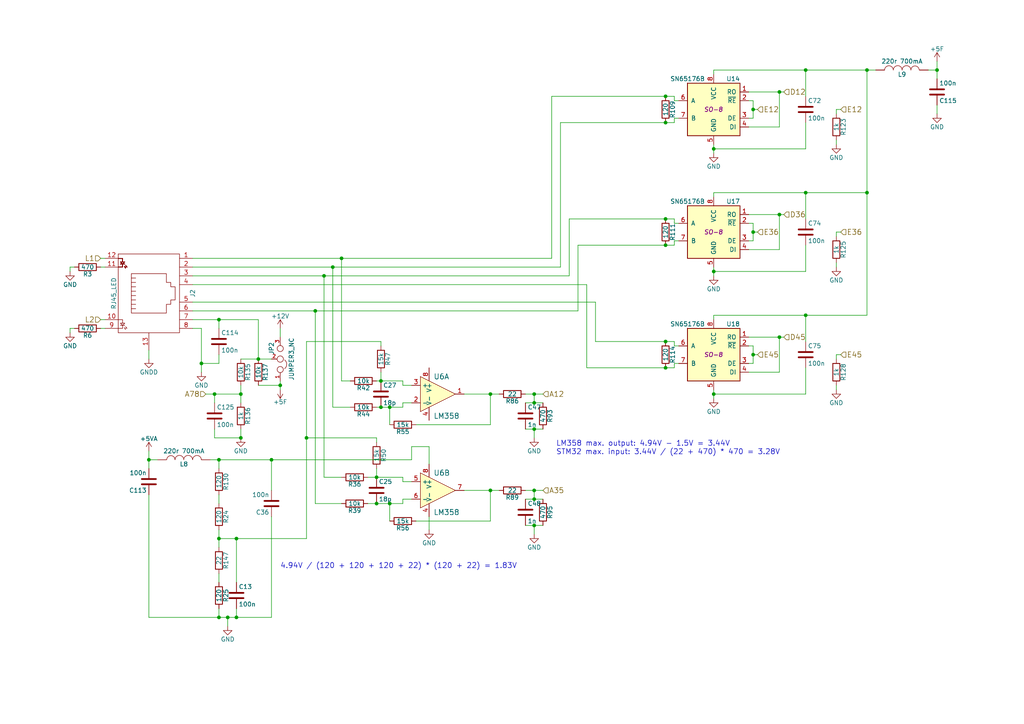
<source format=kicad_sch>
(kicad_sch (version 20231120) (generator "eeschema") (generator_version "8.0")
  (paper "A4")
  (lib_symbols
    (symbol "stmbl:+12V" (power) (pin_names (offset 0))
      (property "Value" "+12V" (at 0 3.556 0))
      (symbol "+12V_1_1"
        (pin power_in line (at 0 0 90) (length 0) hide (name "+12V") (number "1"))
      )
    )
    (symbol "stmbl:+5F" (power) (pin_names (offset 0))
      (property "Value" "+5F" (at 0 3.556 0))
      (symbol "+5F_1_1"
        (pin power_in line (at 0 0 90) (length 0) hide (name "+5F") (number "1"))
      )
    )
    (symbol "stmbl:+5VA" (power) (pin_names (offset 0))
      (property "Value" "+5VA" (at 0 3.556 0))
      (symbol "+5VA_1_1"
        (pin power_in line (at 0 0 90) (length 0) hide (name "+5VA") (number "1"))
      )
    )
    (symbol "stmbl:C" (pin_numbers hide) (pin_names (offset 0.254))
      (property "Reference" "C" (at 0.635 2.54 0))
      (property "Value" "C" (at 0.635 -2.54 0))
      (symbol "C_1_1"
        (pin passive line (at 0 3.81 270) (length 2.794) (name "~") (number "1"))
        (pin passive line (at 0 -3.81 90) (length 2.794) (name "~") (number "2"))
      )
    )
    (symbol "stmbl:GND" (power) (pin_names (offset 0))
      (property "Value" "GND" (at 0 -3.81 0))
      (symbol "GND_1_1"
        (pin power_in line (at 0 0 270) (length 0) hide (name "GND") (number "1"))
      )
    )
    (symbol "stmbl:GNDD" (power) (pin_names (offset 0))
      (property "Value" "GNDD" (at 0 -3.81 0))
      (symbol "GNDD_1_1"
        (pin power_in line (at 0 0 270) (length 0) hide (name "GNDD") (number "1"))
      )
    )
    (symbol "stmbl:INDUCTOR" (pin_numbers hide) (pin_names (offset 1.016) hide)
      (property "Reference" "L" (at -1.27 0 90))
      (property "Value" "INDUCTOR" (at 2.54 0 90))
      (symbol "INDUCTOR_1_1"
        (pin passive line (at 0 7.62 270) (length 2.54) (name "1") (number "1"))
        (pin passive line (at 0 -7.62 90) (length 2.54) (name "2") (number "2"))
      )
    )
    (symbol "stmbl:JUMPER3_NC" (pin_names (offset 0.762) hide)
      (property "Reference" "JP" (at 1.27 -2.54 0))
      (property "Value" "JUMPER3_NC" (at 0 2.54 0))
      (symbol "JUMPER3_NC_0_1"
        (pin passive line (at -6.35 0 0) (length 2.413) (name "1") (number "1"))
        (pin passive line (at 0 -2.54 90) (length 1.524) (name "2") (number "2"))
        (pin passive line (at 6.35 0 180) (length 2.413) (name "3") (number "3"))
      )
    )
    (symbol "stmbl:LM358"
      (property "Reference" "U" (at -1.27 5.08 0))
      (property "Value" "LM358" (at -1.27 -6.35 0))
      (symbol "LM358_0_1"
        (pin power_in line (at -2.54 -7.62 90) (length 3.81) (name "V-") (number "4"))
        (pin power_in line (at -2.54 7.62 270) (length 3.81) (name "V+") (number "8"))
      )
      (symbol "LM358_1_1"
        (pin output line (at 7.62 0 180) (length 2.54) (name "~") (number "1"))
        (pin input line (at -7.62 -2.54 0) (length 2.54) (name "-") (number "2"))
        (pin input line (at -7.62 2.54 0) (length 2.54) (name "+") (number "3"))
      )
      (symbol "LM358_2_1"
        (pin input line (at -7.62 2.54 0) (length 2.54) (name "+") (number "5"))
        (pin input line (at -7.62 -2.54 0) (length 2.54) (name "-") (number "6"))
        (pin output line (at 7.62 0 180) (length 2.54) (name "~") (number "7"))
      )
    )
    (symbol "stmbl:R" (pin_numbers hide) (pin_names (offset 0))
      (property "Reference" "R" (at 2.032 0 90))
      (property "Value" "R" (at 0 0 90))
      (symbol "R_1_1"
        (pin passive line (at 0 3.81 270) (length 1.27) (name "~") (number "1"))
        (pin passive line (at 0 -3.81 90) (length 1.27) (name "~") (number "2"))
      )
    )
    (symbol "stmbl:RJ45_LED" (pin_names (offset 1.016))
      (property "Reference" "J" (at 0 -12.7 0))
      (property "Value" "RJ45_LED" (at 0 10.16 0))
      (symbol "RJ45_LED_1_1"
        (pin passive line (at -10.16 -12.7 90) (length 3.81) (name "~") (number "1"))
        (pin passive line (at 7.62 12.7 270) (length 3.81) (name "~") (number "10"))
        (pin passive line (at -7.62 12.7 270) (length 3.81) (name "~") (number "11"))
        (pin passive line (at -10.16 12.7 270) (length 3.81) (name "~") (number "12"))
        (pin passive line (at 16.51 0 180) (length 5.08) (name "~") (number "13"))
        (pin passive line (at -7.62 -12.7 90) (length 3.81) (name "~") (number "2"))
        (pin passive line (at -5.08 -12.7 90) (length 3.81) (name "~") (number "3"))
        (pin passive line (at -2.54 -12.7 90) (length 3.81) (name "~") (number "4"))
        (pin passive line (at 2.54 -12.7 90) (length 3.81) (name "~") (number "5"))
        (pin passive line (at 5.08 -12.7 90) (length 3.81) (name "~") (number "6"))
        (pin passive line (at 7.62 -12.7 90) (length 3.81) (name "~") (number "7"))
        (pin passive line (at 10.16 -12.7 90) (length 3.81) (name "~") (number "8"))
        (pin passive line (at 10.16 12.7 270) (length 3.81) (name "~") (number "9"))
      )
    )
    (symbol "stmbl:SP3485" (pin_names (offset 1.016))
      (property "Reference" "U" (at -7.62 8.89 0))
      (property "Value" "SP3485" (at 2.54 8.89 0))
      (property "Footprint" "SO-8" (at 0 0 0))
      (symbol "SP3485_1_1"
        (pin output line (at -10.16 5.08 0) (length 2.54) (name "RO") (number "1"))
        (pin input line (at -10.16 2.54 0) (length 2.54) (name "~{RE}") (number "2"))
        (pin input line (at -10.16 -2.54 0) (length 2.54) (name "DE") (number "3"))
        (pin input line (at -10.16 -5.08 0) (length 2.54) (name "DI") (number "4"))
        (pin power_in line (at 0 -10.16 90) (length 2.54) (name "GND") (number "5"))
        (pin bidirectional line (at 10.16 2.54 180) (length 2.54) (name "A") (number "6"))
        (pin bidirectional line (at 10.16 -2.54 180) (length 2.54) (name "B") (number "7"))
        (pin power_in line (at 0 10.16 270) (length 2.54) (name "VCC") (number "8"))
      )
    )
  )
  (junction (at 68.58 179.07))
  (junction (at 218.44 31.75))
  (junction (at 62.23 114.3))
  (junction (at 207.01 78.74))
  (junction (at 74.93 104.14))
  (junction (at 43.18 133.35))
  (junction (at 78.74 133.35))
  (junction (at 110.49 118.11))
  (junction (at 88.9 127))
  (junction (at 193.04 71.12))
  (junction (at 207.01 43.18))
  (junction (at 233.68 91.44))
  (junction (at 226.06 97.79))
  (junction (at 109.22 146.05))
  (junction (at 109.22 138.43))
  (junction (at 142.24 114.3))
  (junction (at 69.85 127))
  (junction (at 226.06 62.23))
  (junction (at 63.5 133.35))
  (junction (at 113.03 118.11))
  (junction (at 113.03 146.05))
  (junction (at 110.49 110.49))
  (junction (at 193.04 106.68))
  (junction (at 154.94 142.24))
  (junction (at 207.01 114.3))
  (junction (at 218.44 67.31))
  (junction (at 193.04 27.94))
  (junction (at 154.94 124.46))
  (junction (at 91.44 90.17))
  (junction (at 69.85 114.3))
  (junction (at 154.94 114.3))
  (junction (at 226.06 26.67))
  (junction (at 63.5 179.07))
  (junction (at 218.44 102.87))
  (junction (at 99.06 74.93))
  (junction (at 193.04 63.5))
  (junction (at 63.5 92.71))
  (junction (at 142.24 142.24))
  (junction (at 96.52 77.47))
  (junction (at 93.98 80.01))
  (junction (at 154.94 152.4))
  (junction (at 66.04 179.07))
  (junction (at 58.42 105.41))
  (junction (at 271.78 20.32))
  (junction (at 154.94 144.78))
  (junction (at 251.46 20.32))
  (junction (at 193.04 35.56))
  (junction (at 154.94 116.84))
  (junction (at 233.68 20.32))
  (junction (at 251.46 55.88))
  (junction (at 233.68 55.88))
  (junction (at 63.5 156.21))
  (junction (at 81.28 111.76))
  (junction (at 193.04 99.06))
  (junction (at 68.58 156.21))
  (wire (pts (xy 106.68 146.05) (xy 109.22 146.05)))
  (wire (pts (xy 172.72 87.63) (xy 172.72 99.06)))
  (wire (pts (xy 96.52 77.47) (xy 55.88 77.47)))
  (wire (pts (xy 251.46 91.44) (xy 233.68 91.44)))
  (wire (pts (xy 116.84 118.11) (xy 116.84 116.84)))
  (wire (pts (xy 154.94 152.4) (xy 157.48 152.4)))
  (wire (pts (xy 63.5 176.53) (xy 63.5 179.07)))
  (wire (pts (xy 30.48 77.47) (xy 29.21 77.47)))
  (wire (pts (xy 142.24 142.24) (xy 142.24 151.13)))
  (wire (pts (xy 154.94 154.94) (xy 154.94 152.4)))
  (wire (pts (xy 170.18 106.68) (xy 170.18 82.55)))
  (wire (pts (xy 271.78 20.32) (xy 271.78 22.86)))
  (wire (pts (xy 162.56 35.56) (xy 162.56 77.47)))
  (wire (pts (xy 193.04 106.68) (xy 170.18 106.68)))
  (wire (pts (xy 217.17 26.67) (xy 226.06 26.67)))
  (wire (pts (xy 195.58 64.77) (xy 195.58 63.5)))
  (wire (pts (xy 242.57 31.75) (xy 242.57 33.02)))
  (wire (pts (xy 218.44 69.85) (xy 217.17 69.85)))
  (wire (pts (xy 116.84 139.7) (xy 116.84 138.43)))
  (wire (pts (xy 43.18 133.35) (xy 43.18 135.89)))
  (wire (pts (xy 196.85 100.33) (xy 195.58 100.33)))
  (wire (pts (xy 69.85 124.46) (xy 69.85 127)))
  (wire (pts (xy 233.68 20.32) (xy 251.46 20.32)))
  (wire (pts (xy 226.06 26.67) (xy 227.33 26.67)))
  (wire (pts (xy 195.58 71.12) (xy 193.04 71.12)))
  (wire (pts (xy 109.22 128.27) (xy 109.22 127)))
  (wire (pts (xy 20.32 77.47) (xy 20.32 78.74)))
  (wire (pts (xy 74.93 92.71) (xy 74.93 104.14)))
  (wire (pts (xy 152.4 144.78) (xy 154.94 144.78)))
  (wire (pts (xy 195.58 100.33) (xy 195.58 99.06)))
  (wire (pts (xy 119.38 144.78) (xy 116.84 144.78)))
  (wire (pts (xy 207.01 20.32) (xy 233.68 20.32)))
  (wire (pts (xy 74.93 111.76) (xy 81.28 111.76)))
  (wire (pts (xy 152.4 152.4) (xy 154.94 152.4)))
  (wire (pts (xy 63.5 92.71) (xy 74.93 92.71)))
  (wire (pts (xy 218.44 102.87) (xy 218.44 105.41)))
  (wire (pts (xy 96.52 118.11) (xy 101.6 118.11)))
  (wire (pts (xy 154.94 142.24) (xy 157.48 142.24)))
  (wire (pts (xy 165.1 63.5) (xy 165.1 80.01)))
  (wire (pts (xy 233.68 43.18) (xy 207.01 43.18)))
  (wire (pts (xy 113.03 146.05) (xy 116.84 146.05)))
  (wire (pts (xy 109.22 146.05) (xy 113.03 146.05)))
  (wire (pts (xy 193.04 27.94) (xy 160.02 27.94)))
  (wire (pts (xy 81.28 111.76) (xy 81.28 113.03)))
  (wire (pts (xy 63.5 153.67) (xy 63.5 156.21)))
  (wire (pts (xy 218.44 34.29) (xy 217.17 34.29)))
  (wire (pts (xy 142.24 123.19) (xy 142.24 114.3)))
  (wire (pts (xy 21.59 77.47) (xy 20.32 77.47)))
  (wire (pts (xy 116.84 144.78) (xy 116.84 146.05)))
  (wire (pts (xy 63.5 156.21) (xy 63.5 158.75)))
  (wire (pts (xy 59.69 114.3) (xy 62.23 114.3)))
  (wire (pts (xy 69.85 111.76) (xy 69.85 114.3)))
  (wire (pts (xy 217.17 62.23) (xy 226.06 62.23)))
  (wire (pts (xy 68.58 179.07) (xy 68.58 176.53)))
  (wire (pts (xy 109.22 118.11) (xy 110.49 118.11)))
  (wire (pts (xy 160.02 74.93) (xy 160.02 27.94)))
  (wire (pts (xy 217.17 64.77) (xy 218.44 64.77)))
  (wire (pts (xy 66.04 179.07) (xy 66.04 181.61)))
  (wire (pts (xy 69.85 114.3) (xy 69.85 116.84)))
  (wire (pts (xy 110.49 100.33) (xy 110.49 99.06)))
  (wire (pts (xy 226.06 26.67) (xy 226.06 36.83)))
  (wire (pts (xy 30.48 92.71) (xy 29.21 92.71)))
  (wire (pts (xy 218.44 31.75) (xy 219.71 31.75)))
  (wire (pts (xy 233.68 63.5) (xy 233.68 55.88)))
  (wire (pts (xy 193.04 63.5) (xy 165.1 63.5)))
  (wire (pts (xy 233.68 91.44) (xy 207.01 91.44)))
  (wire (pts (xy 152.4 116.84) (xy 154.94 116.84)))
  (wire (pts (xy 152.4 114.3) (xy 154.94 114.3)))
  (wire (pts (xy 195.58 29.21) (xy 195.58 27.94)))
  (wire (pts (xy 195.58 35.56) (xy 193.04 35.56)))
  (wire (pts (xy 43.18 130.81) (xy 43.18 133.35)))
  (wire (pts (xy 218.44 102.87) (xy 219.71 102.87)))
  (wire (pts (xy 142.24 114.3) (xy 144.78 114.3)))
  (wire (pts (xy 99.06 138.43) (xy 93.98 138.43)))
  (wire (pts (xy 116.84 116.84) (xy 119.38 116.84)))
  (wire (pts (xy 242.57 40.64) (xy 242.57 41.91)))
  (wire (pts (xy 58.42 95.25) (xy 58.42 105.41)))
  (wire (pts (xy 162.56 77.47) (xy 96.52 77.47)))
  (wire (pts (xy 134.62 114.3) (xy 142.24 114.3)))
  (wire (pts (xy 195.58 34.29) (xy 195.58 35.56)))
  (wire (pts (xy 113.03 151.13) (xy 113.03 146.05)))
  (wire (pts (xy 195.58 106.68) (xy 193.04 106.68)))
  (wire (pts (xy 251.46 20.32) (xy 254 20.32)))
  (wire (pts (xy 116.84 110.49) (xy 116.84 111.76)))
  (wire (pts (xy 62.23 116.84) (xy 62.23 114.3)))
  (wire (pts (xy 242.57 111.76) (xy 242.57 113.03)))
  (wire (pts (xy 226.06 62.23) (xy 227.33 62.23)))
  (wire (pts (xy 124.46 149.86) (xy 124.46 153.67)))
  (wire (pts (xy 63.5 143.51) (xy 63.5 146.05)))
  (wire (pts (xy 134.62 142.24) (xy 142.24 142.24)))
  (wire (pts (xy 217.17 100.33) (xy 218.44 100.33)))
  (wire (pts (xy 88.9 156.21) (xy 68.58 156.21)))
  (wire (pts (xy 63.5 95.25) (xy 63.5 92.71)))
  (wire (pts (xy 195.58 99.06) (xy 193.04 99.06)))
  (wire (pts (xy 81.28 110.49) (xy 81.28 111.76)))
  (wire (pts (xy 233.68 78.74) (xy 207.01 78.74)))
  (wire (pts (xy 109.22 138.43) (xy 109.22 135.89)))
  (wire (pts (xy 88.9 99.06) (xy 88.9 127)))
  (wire (pts (xy 93.98 80.01) (xy 55.88 80.01)))
  (wire (pts (xy 78.74 133.35) (xy 119.38 133.35)))
  (wire (pts (xy 63.5 166.37) (xy 63.5 168.91)))
  (wire (pts (xy 60.96 133.35) (xy 63.5 133.35)))
  (wire (pts (xy 78.74 142.24) (xy 78.74 133.35)))
  (wire (pts (xy 207.01 91.44) (xy 207.01 92.71)))
  (wire (pts (xy 110.49 110.49) (xy 110.49 107.95)))
  (wire (pts (xy 99.06 110.49) (xy 101.6 110.49)))
  (wire (pts (xy 43.18 133.35) (xy 45.72 133.35)))
  (wire (pts (xy 207.01 77.47) (xy 207.01 78.74)))
  (wire (pts (xy 242.57 67.31) (xy 242.57 68.58)))
  (wire (pts (xy 29.21 95.25) (xy 30.48 95.25)))
  (wire (pts (xy 55.88 95.25) (xy 58.42 95.25)))
  (wire (pts (xy 218.44 64.77) (xy 218.44 67.31)))
  (wire (pts (xy 233.68 35.56) (xy 233.68 43.18)))
  (wire (pts (xy 207.01 114.3) (xy 207.01 115.57)))
  (wire (pts (xy 243.84 102.87) (xy 242.57 102.87)))
  (wire (pts (xy 195.58 105.41) (xy 195.58 106.68)))
  (wire (pts (xy 167.64 90.17) (xy 167.64 71.12)))
  (wire (pts (xy 251.46 20.32) (xy 251.46 55.88)))
  (wire (pts (xy 217.17 29.21) (xy 218.44 29.21)))
  (wire (pts (xy 218.44 31.75) (xy 218.44 34.29)))
  (wire (pts (xy 142.24 142.24) (xy 144.78 142.24)))
  (wire (pts (xy 63.5 105.41) (xy 58.42 105.41)))
  (wire (pts (xy 43.18 104.14) (xy 43.18 101.6)))
  (wire (pts (xy 110.49 110.49) (xy 116.84 110.49)))
  (wire (pts (xy 271.78 33.02) (xy 271.78 30.48)))
  (wire (pts (xy 154.94 116.84) (xy 157.48 116.84)))
  (wire (pts (xy 271.78 17.78) (xy 271.78 20.32)))
  (wire (pts (xy 68.58 156.21) (xy 68.58 168.91)))
  (wire (pts (xy 218.44 105.41) (xy 217.17 105.41)))
  (wire (pts (xy 242.57 76.2) (xy 242.57 77.47)))
  (wire (pts (xy 109.22 138.43) (xy 116.84 138.43)))
  (wire (pts (xy 113.03 123.19) (xy 113.03 118.11)))
  (wire (pts (xy 218.44 100.33) (xy 218.44 102.87)))
  (wire (pts (xy 43.18 179.07) (xy 63.5 179.07)))
  (wire (pts (xy 152.4 142.24) (xy 154.94 142.24)))
  (wire (pts (xy 20.32 96.52) (xy 20.32 95.25)))
  (wire (pts (xy 207.01 113.03) (xy 207.01 114.3)))
  (wire (pts (xy 207.01 20.32) (xy 207.01 21.59)))
  (wire (pts (xy 55.88 87.63) (xy 172.72 87.63)))
  (wire (pts (xy 124.46 129.54) (xy 124.46 134.62)))
  (wire (pts (xy 154.94 114.3) (xy 157.48 114.3)))
  (wire (pts (xy 106.68 138.43) (xy 109.22 138.43)))
  (wire (pts (xy 193.04 71.12) (xy 167.64 71.12)))
  (wire (pts (xy 243.84 31.75) (xy 242.57 31.75)))
  (wire (pts (xy 226.06 97.79) (xy 226.06 107.95)))
  (wire (pts (xy 152.4 124.46) (xy 154.94 124.46)))
  (wire (pts (xy 218.44 29.21) (xy 218.44 31.75)))
  (wire (pts (xy 233.68 114.3) (xy 207.01 114.3)))
  (wire (pts (xy 218.44 67.31) (xy 219.71 67.31)))
  (wire (pts (xy 207.01 43.18) (xy 207.01 44.45)))
  (wire (pts (xy 91.44 146.05) (xy 99.06 146.05)))
  (wire (pts (xy 62.23 114.3) (xy 69.85 114.3)))
  (wire (pts (xy 110.49 118.11) (xy 113.03 118.11)))
  (wire (pts (xy 154.94 114.3) (xy 154.94 116.84)))
  (wire (pts (xy 62.23 127) (xy 69.85 127)))
  (wire (pts (xy 55.88 90.17) (xy 91.44 90.17)))
  (wire (pts (xy 116.84 111.76) (xy 119.38 111.76)))
  (wire (pts (xy 119.38 129.54) (xy 124.46 129.54)))
  (wire (pts (xy 226.06 36.83) (xy 217.17 36.83)))
  (wire (pts (xy 196.85 69.85) (xy 195.58 69.85)))
  (wire (pts (xy 74.93 104.14) (xy 78.74 104.14)))
  (wire (pts (xy 242.57 102.87) (xy 242.57 104.14)))
  (wire (pts (xy 170.18 82.55) (xy 55.88 82.55)))
  (wire (pts (xy 55.88 92.71) (xy 63.5 92.71)))
  (wire (pts (xy 63.5 133.35) (xy 63.5 135.89)))
  (wire (pts (xy 43.18 143.51) (xy 43.18 179.07)))
  (wire (pts (xy 251.46 55.88) (xy 251.46 91.44)))
  (wire (pts (xy 63.5 102.87) (xy 63.5 105.41)))
  (wire (pts (xy 91.44 90.17) (xy 91.44 146.05)))
  (wire (pts (xy 207.01 41.91) (xy 207.01 43.18)))
  (wire (pts (xy 196.85 29.21) (xy 195.58 29.21)))
  (wire (pts (xy 195.58 69.85) (xy 195.58 71.12)))
  (wire (pts (xy 142.24 151.13) (xy 120.65 151.13)))
  (wire (pts (xy 119.38 133.35) (xy 119.38 129.54)))
  (wire (pts (xy 154.94 124.46) (xy 157.48 124.46)))
  (wire (pts (xy 196.85 64.77) (xy 195.58 64.77)))
  (wire (pts (xy 81.28 95.25) (xy 81.28 97.79)))
  (wire (pts (xy 226.06 107.95) (xy 217.17 107.95)))
  (wire (pts (xy 226.06 62.23) (xy 226.06 72.39)))
  (wire (pts (xy 68.58 156.21) (xy 63.5 156.21)))
  (wire (pts (xy 69.85 104.14) (xy 74.93 104.14)))
  (wire (pts (xy 88.9 127) (xy 88.9 156.21)))
  (wire (pts (xy 154.94 142.24) (xy 154.94 144.78)))
  (wire (pts (xy 109.22 110.49) (xy 110.49 110.49)))
  (wire (pts (xy 207.01 78.74) (xy 207.01 80.01)))
  (wire (pts (xy 109.22 127) (xy 88.9 127)))
  (wire (pts (xy 207.01 55.88) (xy 233.68 55.88)))
  (wire (pts (xy 154.94 127) (xy 154.94 124.46)))
  (wire (pts (xy 218.44 67.31) (xy 218.44 69.85)))
  (wire (pts (xy 58.42 105.41) (xy 58.42 107.95)))
  (wire (pts (xy 271.78 20.32) (xy 269.24 20.32)))
  (wire (pts (xy 99.06 110.49) (xy 99.06 74.93)))
  (wire (pts (xy 196.85 34.29) (xy 195.58 34.29)))
  (wire (pts (xy 233.68 106.68) (xy 233.68 114.3)))
  (wire (pts (xy 55.88 74.93) (xy 99.06 74.93)))
  (wire (pts (xy 62.23 124.46) (xy 62.23 127)))
  (wire (pts (xy 66.04 179.07) (xy 68.58 179.07)))
  (wire (pts (xy 193.04 35.56) (xy 162.56 35.56)))
  (wire (pts (xy 207.01 55.88) (xy 207.01 57.15)))
  (wire (pts (xy 243.84 67.31) (xy 242.57 67.31)))
  (wire (pts (xy 217.17 97.79) (xy 226.06 97.79)))
  (wire (pts (xy 195.58 63.5) (xy 193.04 63.5)))
  (wire (pts (xy 63.5 133.35) (xy 78.74 133.35)))
  (wire (pts (xy 193.04 99.06) (xy 172.72 99.06)))
  (wire (pts (xy 113.03 118.11) (xy 116.84 118.11)))
  (wire (pts (xy 78.74 179.07) (xy 78.74 149.86)))
  (wire (pts (xy 96.52 77.47) (xy 96.52 118.11)))
  (wire (pts (xy 63.5 179.07) (xy 66.04 179.07)))
  (wire (pts (xy 233.68 27.94) (xy 233.68 20.32)))
  (wire (pts (xy 68.58 179.07) (xy 78.74 179.07)))
  (wire (pts (xy 20.32 95.25) (xy 21.59 95.25)))
  (wire (pts (xy 233.68 99.06) (xy 233.68 91.44)))
  (wire (pts (xy 154.94 144.78) (xy 157.48 144.78)))
  (wire (pts (xy 119.38 139.7) (xy 116.84 139.7)))
  (wire (pts (xy 195.58 27.94) (xy 193.04 27.94)))
  (wire (pts (xy 93.98 138.43) (xy 93.98 80.01)))
  (wire (pts (xy 233.68 71.12) (xy 233.68 78.74)))
  (wire (pts (xy 165.1 80.01) (xy 93.98 80.01)))
  (wire (pts (xy 233.68 55.88) (xy 251.46 55.88)))
  (wire (pts (xy 110.49 99.06) (xy 88.9 99.06)))
  (wire (pts (xy 226.06 97.79) (xy 227.33 97.79)))
  (wire (pts (xy 226.06 72.39) (xy 217.17 72.39)))
  (wire (pts (xy 196.85 105.41) (xy 195.58 105.41)))
  (wire (pts (xy 91.44 90.17) (xy 167.64 90.17)))
  (wire (pts (xy 99.06 74.93) (xy 160.02 74.93)))
  (wire (pts (xy 29.21 74.93) (xy 30.48 74.93)))
  (wire (pts (xy 120.65 123.19) (xy 142.24 123.19)))
  (text "LM358 max. output: 4.94V - 1.5V = 3.44V\nSTM32 max. input: 3.44V / (22 + 470) * 470 = 3.28V" (at 161.29 132.08 0) (effects (font (size 1.524 1.524)) (justify left bottom)))
  (text "4.94V / (120 + 120 + 120 + 22) * (120 + 22) = 1.83V" (at 81.28 165.1 0) (effects (font (size 1.524 1.524)) (justify left bottom)))
  (hierarchical_label "L2" (shape input) (at 29.21 92.71 180) (effects (font (size 1.524 1.524))))
  (hierarchical_label "E45" (shape input) (at 219.71 102.87 0) (effects (font (size 1.524 1.524))))
  (hierarchical_label "E36" (shape input) (at 219.71 67.31 0) (effects (font (size 1.524 1.524))))
  (hierarchical_label "E36" (shape input) (at 243.84 67.31 0) (effects (font (size 1.524 1.524))))
  (hierarchical_label "E45" (shape input) (at 243.84 102.87 0) (effects (font (size 1.524 1.524))))
  (hierarchical_label "D36" (shape input) (at 227.33 62.23 0) (effects (font (size 1.524 1.524))))
  (hierarchical_label "D12" (shape input) (at 227.33 26.67 0) (effects (font (size 1.524 1.524))))
  (hierarchical_label "E12" (shape input) (at 243.84 31.75 0) (effects (font (size 1.524 1.524))))
  (hierarchical_label "A78" (shape input) (at 59.69 114.3 180) (effects (font (size 1.524 1.524))))
  (hierarchical_label "E12" (shape input) (at 219.71 31.75 0) (effects (font (size 1.524 1.524))))
  (hierarchical_label "L1" (shape input) (at 29.21 74.93 180) (effects (font (size 1.524 1.524))))
  (hierarchical_label "A12" (shape input) (at 157.48 114.3 0) (effects (font (size 1.524 1.524))))
  (hierarchical_label "A35" (shape input) (at 157.48 142.24 0) (effects (font (size 1.524 1.524))))
  (hierarchical_label "D45" (shape input) (at 227.33 97.79 0) (effects (font (size 1.524 1.524))))
  (symbol (lib_id "stmbl:LM358") (at 127 114.3 0) (unit 1)
    (property "Reference" "U6" (at 125.73 109.22 0) (effects (font (size 1.524 1.524)) (justify left)))
    (property "Value" "LM358" (at 125.73 120.65 0) (effects (font (size 1.524 1.524)) (justify left)))
    (property "Footprint" "stmbl:SOIC-8-N" (effects (hide yes)))
    (property "Manufacturer No" "LM358AD" (effects (hide yes)))
    (property "Manufacturer" "Texas Instruments" (effects (hide yes)))
    (instances (project "stmbl_4.0" (path "" (reference "U6") (unit 1)) (path "" (reference "U7") (unit 1))))
  )
  (symbol (lib_id "stmbl:LM358") (at 127 142.24 0) (unit 2)
    (property "Reference" "U6" (at 125.73 137.16 0) (effects (font (size 1.524 1.524)) (justify left)))
    (property "Value" "LM358" (at 125.73 148.59 0) (effects (font (size 1.524 1.524)) (justify left)))
    (property "Footprint" "stmbl:SOIC-8-N" (effects (hide yes)))
    (property "Manufacturer No" "LM358AD" (effects (hide yes)))
    (property "Manufacturer" "Texas Instruments" (effects (hide yes)))
    (instances (project "stmbl_4.0" (path "" (reference "U6") (unit 2)) (path "" (reference "U7") (unit 2))))
  )
  (symbol (lib_id "stmbl:SP3485") (at 207.01 31.75 0) (mirror y) (unit 1)
    (property "Reference" "U14" (at 214.63 22.86 0) (effects (justify left)))
    (property "Value" "SN65176B" (at 204.47 22.86 0) (effects (justify left)))
    (property "Footprint" "SO-8" (at 207.01 31.75 0) (effects (font (italic yes))))
    (property "Manufacturer No" "SN65176B" (effects (hide yes)))
    (property "Manufacturer" "Texas Instruments" (effects (hide yes)))
    (instances (project "stmbl_4.0" (path "" (reference "U14") (unit 1)) (path "" (reference "U15") (unit 1))))
  )
  (symbol (lib_id "stmbl:RJ45_LED") (at 43.18 85.09 90) (mirror x) (unit 1)
    (property "Reference" "J2" (at 55.88 85.09 0))
    (property "Value" "RJ45_LED" (at 33.02 85.09 0))
    (property "Footprint" "stmbl:RJ45_LED" (effects (hide yes)))
    (property "Manufacturer No" "AJT34L8813-011" (effects (hide yes)))
    (property "Source" "https://de.aliexpress.com/item/Free-shipping-50pcs-lot-RJ45-connector-RJ45-socket-with-indicators-Ethernet/539701403.html" (effects (hide yes)))
    (property "Manufacturer" "METZ CONNECT" (effects (hide yes)))
    (instances (project "stmbl_4.0" (path "" (reference "J2") (unit 1)) (path "" (reference "J1") (unit 1))))
  )
  (symbol (lib_id "stmbl:R") (at 193.04 31.75 0) (unit 1)
    (property "Reference" "R109" (at 195.072 31.75 90))
    (property "Value" "120" (at 193.04 31.75 90))
    (property "Footprint" "stmbl:R_0603" (effects (hide yes)))
    (property "Tolerance" "1%" (effects (hide yes)))
    (instances (project "stmbl_4.0" (path "" (reference "R109") (unit 1)) (path "" (reference "R110") (unit 1))))
  )
  (symbol (lib_id "stmbl:C") (at 233.68 31.75 0) (unit 1)
    (property "Reference" "C72" (at 234.315 29.21 0) (effects (justify left)))
    (property "Value" "100n" (at 234.315 34.29 0) (effects (justify left)))
    (property "Footprint" "stmbl:C_0603" (effects (hide yes)))
    (property "Voltage" "50V" (effects (hide yes)))
    (property "Tolerance" "X5R" (effects (hide yes)))
    (instances (project "stmbl_4.0" (path "" (reference "C72") (unit 1)) (path "" (reference "C71") (unit 1))))
  )
  (symbol (lib_id "stmbl:GND") (at 207.01 44.45 0) (unit 1)
    (property "Reference" "#PWR0105" (effects (hide yes)))
    (property "Value" "GND" (at 207.01 48.26 0))
    (instances (project "stmbl_4.0" (path "" (reference "#PWR0105") (unit 1)) (path "" (reference "#PWR0125") (unit 1))))
  )
  (symbol (lib_id "stmbl:SP3485") (at 207.01 67.31 0) (mirror y) (unit 1)
    (property "Reference" "U17" (at 214.63 58.42 0) (effects (justify left)))
    (property "Value" "SN65176B" (at 204.47 58.42 0) (effects (justify left)))
    (property "Footprint" "SO-8" (at 207.01 67.31 0) (effects (font (italic yes))))
    (property "Manufacturer No" "SN65176B" (effects (hide yes)))
    (property "Manufacturer" "Texas Instruments" (effects (hide yes)))
    (instances (project "stmbl_4.0" (path "" (reference "U17") (unit 1)) (path "" (reference "U16") (unit 1))))
  )
  (symbol (lib_id "stmbl:R") (at 193.04 67.31 0) (unit 1)
    (property "Reference" "R111" (at 195.072 67.31 90))
    (property "Value" "120" (at 193.04 67.31 90))
    (property "Footprint" "stmbl:R_0603" (effects (hide yes)))
    (property "Tolerance" "1%" (effects (hide yes)))
    (instances (project "stmbl_4.0" (path "" (reference "R111") (unit 1)) (path "" (reference "R112") (unit 1))))
  )
  (symbol (lib_id "stmbl:C") (at 233.68 67.31 0) (unit 1)
    (property "Reference" "C74" (at 234.315 64.77 0) (effects (justify left)))
    (property "Value" "100n" (at 234.315 69.85 0) (effects (justify left)))
    (property "Footprint" "stmbl:C_0603" (effects (hide yes)))
    (property "Voltage" "50V" (effects (hide yes)))
    (property "Tolerance" "X5R" (effects (hide yes)))
    (instances (project "stmbl_4.0" (path "" (reference "C74") (unit 1)) (path "" (reference "C73") (unit 1))))
  )
  (symbol (lib_id "stmbl:GND") (at 207.01 80.01 0) (unit 1)
    (property "Reference" "#PWR0106" (effects (hide yes)))
    (property "Value" "GND" (at 207.01 83.82 0))
    (instances (project "stmbl_4.0" (path "" (reference "#PWR0106") (unit 1)) (path "" (reference "#PWR0126") (unit 1))))
  )
  (symbol (lib_id "stmbl:SP3485") (at 207.01 102.87 0) (mirror y) (unit 1)
    (property "Reference" "U18" (at 214.63 93.98 0) (effects (justify left)))
    (property "Value" "SN65176B" (at 204.47 93.98 0) (effects (justify left)))
    (property "Footprint" "SO-8" (at 207.01 102.87 0) (effects (font (italic yes))))
    (property "Manufacturer No" "SN65176B" (effects (hide yes)))
    (property "Manufacturer" "Texas Instruments" (effects (hide yes)))
    (instances (project "stmbl_4.0" (path "" (reference "U18") (unit 1)) (path "" (reference "U19") (unit 1))))
  )
  (symbol (lib_id "stmbl:R") (at 193.04 102.87 0) (unit 1)
    (property "Reference" "R114" (at 195.072 102.87 90))
    (property "Value" "120" (at 193.04 102.87 90))
    (property "Footprint" "stmbl:R_0603" (effects (hide yes)))
    (property "Tolerance" "1%" (effects (hide yes)))
    (instances (project "stmbl_4.0" (path "" (reference "R114") (unit 1)) (path "" (reference "R113") (unit 1))))
  )
  (symbol (lib_id "stmbl:C") (at 233.68 102.87 0) (unit 1)
    (property "Reference" "C75" (at 234.315 100.33 0) (effects (justify left)))
    (property "Value" "100n" (at 234.315 105.41 0) (effects (justify left)))
    (property "Footprint" "stmbl:C_0603" (effects (hide yes)))
    (property "Voltage" "50V" (effects (hide yes)))
    (property "Tolerance" "X5R" (effects (hide yes)))
    (instances (project "stmbl_4.0" (path "" (reference "C75") (unit 1)) (path "" (reference "C76") (unit 1))))
  )
  (symbol (lib_id "stmbl:GND") (at 207.01 115.57 0) (unit 1)
    (property "Reference" "#PWR0107" (effects (hide yes)))
    (property "Value" "GND" (at 207.01 119.38 0))
    (instances (project "stmbl_4.0" (path "" (reference "#PWR0107") (unit 1)) (path "" (reference "#PWR0127") (unit 1))))
  )
  (symbol (lib_id "stmbl:GND") (at 20.32 96.52 0) (unit 1)
    (property "Reference" "#PWR0108" (effects (hide yes)))
    (property "Value" "GND" (at 20.32 100.33 0))
    (instances (project "stmbl_4.0" (path "" (reference "#PWR0108") (unit 1)) (path "" (reference "#PWR0128") (unit 1))))
  )
  (symbol (lib_id "stmbl:GND") (at 20.32 78.74 0) (unit 1)
    (property "Reference" "#PWR0109" (effects (hide yes)))
    (property "Value" "GND" (at 20.32 82.55 0))
    (instances (project "stmbl_4.0" (path "" (reference "#PWR0109") (unit 1)) (path "" (reference "#PWR0129") (unit 1))))
  )
  (symbol (lib_id "stmbl:R") (at 25.4 77.47 270) (unit 1)
    (property "Reference" "R3" (at 25.4 79.502 90))
    (property "Value" "470" (at 25.4 77.47 90))
    (property "Footprint" "stmbl:R_0603" (effects (hide yes)))
    (property "Tolerance" "1%" (effects (hide yes)))
    (instances (project "stmbl_4.0" (path "" (reference "R3") (unit 1)) (path "" (reference "R4") (unit 1))))
  )
  (symbol (lib_id "stmbl:R") (at 25.4 95.25 270) (unit 1)
    (property "Reference" "R6" (at 25.4 97.282 90))
    (property "Value" "470" (at 25.4 95.25 90))
    (property "Footprint" "stmbl:R_0603" (effects (hide yes)))
    (property "Tolerance" "1%" (effects (hide yes)))
    (instances (project "stmbl_4.0" (path "" (reference "R6") (unit 1)) (path "" (reference "R5") (unit 1))))
  )
  (symbol (lib_id "stmbl:GND") (at 124.46 153.67 0) (unit 1)
    (property "Reference" "#PWR0110" (effects (hide yes)))
    (property "Value" "GND" (at 124.46 157.48 0))
    (instances (project "stmbl_4.0" (path "" (reference "#PWR0110") (unit 1)) (path "" (reference "#PWR0130") (unit 1))))
  )
  (symbol (lib_id "stmbl:R") (at 105.41 110.49 270) (unit 1)
    (property "Reference" "R42" (at 105.41 112.522 90))
    (property "Value" "10k" (at 105.41 110.49 90))
    (property "Footprint" "stmbl:R_0603" (effects (hide yes)))
    (property "Tolerance" "1%" (effects (hide yes)))
    (instances (project "stmbl_4.0" (path "" (reference "R42") (unit 1)) (path "" (reference "R41") (unit 1))))
  )
  (symbol (lib_id "stmbl:R") (at 105.41 118.11 270) (unit 1)
    (property "Reference" "R44" (at 105.41 120.142 90))
    (property "Value" "10k" (at 105.41 118.11 90))
    (property "Footprint" "stmbl:R_0603" (effects (hide yes)))
    (property "Tolerance" "1%" (effects (hide yes)))
    (instances (project "stmbl_4.0" (path "" (reference "R44") (unit 1)) (path "" (reference "R43") (unit 1))))
  )
  (symbol (lib_id "stmbl:R") (at 110.49 104.14 0) (unit 1)
    (property "Reference" "R47" (at 112.522 104.14 90))
    (property "Value" "15k" (at 110.49 104.14 90))
    (property "Footprint" "stmbl:R_0603" (effects (hide yes)))
    (property "Tolerance" "1%" (effects (hide yes)))
    (instances (project "stmbl_4.0" (path "" (reference "R47") (unit 1)) (path "" (reference "R48") (unit 1))))
  )
  (symbol (lib_id "stmbl:R") (at 116.84 123.19 270) (unit 1)
    (property "Reference" "R55" (at 116.84 125.222 90))
    (property "Value" "15k" (at 116.84 123.19 90))
    (property "Footprint" "stmbl:R_0603" (effects (hide yes)))
    (property "Tolerance" "1%" (effects (hide yes)))
    (instances (project "stmbl_4.0" (path "" (reference "R55") (unit 1)) (path "" (reference "R54") (unit 1))))
  )
  (symbol (lib_id "stmbl:C") (at 78.74 146.05 180) (unit 1)
    (property "Reference" "C36" (at 78.105 148.59 0) (effects (justify left)))
    (property "Value" "100n" (at 78.105 143.51 0) (effects (justify left)))
    (property "Footprint" "stmbl:C_0603" (effects (hide yes)))
    (property "Voltage" "50V" (effects (hide yes)))
    (property "Tolerance" "X5R" (effects (hide yes)))
    (instances (project "stmbl_4.0" (path "" (reference "C36") (unit 1)) (path "" (reference "C37") (unit 1))))
  )
  (symbol (lib_id "stmbl:C") (at 109.22 142.24 0) (unit 1)
    (property "Reference" "C25" (at 109.855 139.7 0) (effects (justify left)))
    (property "Value" "18p" (at 109.855 144.78 0) (effects (justify left)))
    (property "Footprint" "stmbl:C_0603" (effects (hide yes)))
    (property "Voltage" "50V" (effects (hide yes)))
    (property "Tolerance" "X5R" (effects (hide yes)))
    (instances (project "stmbl_4.0" (path "" (reference "C25") (unit 1)) (path "" (reference "C24") (unit 1))))
  )
  (symbol (lib_id "stmbl:R") (at 148.59 114.3 270) (unit 1)
    (property "Reference" "R86" (at 148.59 116.332 90))
    (property "Value" "22" (at 148.59 114.3 90))
    (property "Footprint" "stmbl:R_0603" (effects (hide yes)))
    (property "Tolerance" "1%" (effects (hide yes)))
    (instances (project "stmbl_4.0" (path "" (reference "R86") (unit 1)) (path "" (reference "R87") (unit 1))))
  )
  (symbol (lib_id "stmbl:R") (at 157.48 120.65 0) (unit 1)
    (property "Reference" "R93" (at 159.512 120.65 90))
    (property "Value" "470" (at 157.48 120.65 90))
    (property "Footprint" "stmbl:R_0603" (effects (hide yes)))
    (property "Tolerance" "1%" (effects (hide yes)))
    (instances (project "stmbl_4.0" (path "" (reference "R93") (unit 1)) (path "" (reference "R94") (unit 1))))
  )
  (symbol (lib_id "stmbl:C") (at 152.4 120.65 0) (unit 1)
    (property "Reference" "C47" (at 153.035 118.11 0) (effects (justify left)))
    (property "Value" "1n" (at 153.035 123.19 0) (effects (justify left)))
    (property "Footprint" "stmbl:C_0603" (effects (hide yes)))
    (property "Voltage" "50V" (effects (hide yes)))
    (property "Tolerance" "X5R" (effects (hide yes)))
    (instances (project "stmbl_4.0" (path "" (reference "C47") (unit 1)) (path "" (reference "C46") (unit 1))))
  )
  (symbol (lib_id "stmbl:GND") (at 154.94 127 0) (unit 1)
    (property "Reference" "#PWR0111" (effects (hide yes)))
    (property "Value" "GND" (at 154.94 130.81 0))
    (instances (project "stmbl_4.0" (path "" (reference "#PWR0111") (unit 1)) (path "" (reference "#PWR0131") (unit 1))))
  )
  (symbol (lib_id "stmbl:R") (at 102.87 138.43 270) (unit 1)
    (property "Reference" "R36" (at 102.87 140.462 90))
    (property "Value" "10k" (at 102.87 138.43 90))
    (property "Footprint" "stmbl:R_0603" (effects (hide yes)))
    (property "Tolerance" "1%" (effects (hide yes)))
    (instances (project "stmbl_4.0" (path "" (reference "R36") (unit 1)) (path "" (reference "R37") (unit 1))))
  )
  (symbol (lib_id "stmbl:R") (at 102.87 146.05 270) (unit 1)
    (property "Reference" "R39" (at 102.87 148.082 90))
    (property "Value" "10k" (at 102.87 146.05 90))
    (property "Footprint" "stmbl:R_0603" (effects (hide yes)))
    (property "Tolerance" "1%" (effects (hide yes)))
    (instances (project "stmbl_4.0" (path "" (reference "R39") (unit 1)) (path "" (reference "R38") (unit 1))))
  )
  (symbol (lib_id "stmbl:R") (at 109.22 132.08 0) (unit 1)
    (property "Reference" "R50" (at 111.252 132.08 90))
    (property "Value" "15k" (at 109.22 132.08 90))
    (property "Footprint" "stmbl:R_0603" (effects (hide yes)))
    (property "Tolerance" "1%" (effects (hide yes)))
    (instances (project "stmbl_4.0" (path "" (reference "R50") (unit 1)) (path "" (reference "R49") (unit 1))))
  )
  (symbol (lib_id "stmbl:R") (at 116.84 151.13 270) (unit 1)
    (property "Reference" "R56" (at 116.84 153.162 90))
    (property "Value" "15k" (at 116.84 151.13 90))
    (property "Footprint" "stmbl:R_0603" (effects (hide yes)))
    (property "Tolerance" "1%" (effects (hide yes)))
    (instances (project "stmbl_4.0" (path "" (reference "R56") (unit 1)) (path "" (reference "R57") (unit 1))))
  )
  (symbol (lib_id "stmbl:R") (at 148.59 142.24 270) (unit 1)
    (property "Reference" "R89" (at 148.59 144.272 90))
    (property "Value" "22" (at 148.59 142.24 90))
    (property "Footprint" "stmbl:R_0603" (effects (hide yes)))
    (property "Tolerance" "1%" (effects (hide yes)))
    (instances (project "stmbl_4.0" (path "" (reference "R89") (unit 1)) (path "" (reference "R88") (unit 1))))
  )
  (symbol (lib_id "stmbl:R") (at 157.48 148.59 0) (unit 1)
    (property "Reference" "R95" (at 159.512 148.59 90))
    (property "Value" "470" (at 157.48 148.59 90))
    (property "Footprint" "stmbl:R_0603" (effects (hide yes)))
    (property "Tolerance" "1%" (effects (hide yes)))
    (instances (project "stmbl_4.0" (path "" (reference "R95") (unit 1)) (path "" (reference "R96") (unit 1))))
  )
  (symbol (lib_id "stmbl:C") (at 152.4 148.59 0) (unit 1)
    (property "Reference" "C48" (at 153.035 146.05 0) (effects (justify left)))
    (property "Value" "1n" (at 153.035 151.13 0) (effects (justify left)))
    (property "Footprint" "stmbl:C_0603" (effects (hide yes)))
    (property "Voltage" "50V" (effects (hide yes)))
    (property "Tolerance" "X5R" (effects (hide yes)))
    (instances (project "stmbl_4.0" (path "" (reference "C48") (unit 1)) (path "" (reference "C49") (unit 1))))
  )
  (symbol (lib_id "stmbl:GND") (at 154.94 154.94 0) (unit 1)
    (property "Reference" "#PWR0112" (effects (hide yes)))
    (property "Value" "GND" (at 154.94 158.75 0))
    (instances (project "stmbl_4.0" (path "" (reference "#PWR0112") (unit 1)) (path "" (reference "#PWR0132") (unit 1))))
  )
  (symbol (lib_id "stmbl:GND") (at 66.04 181.61 0) (unit 1)
    (property "Reference" "#PWR0113" (effects (hide yes)))
    (property "Value" "GND" (at 66.04 185.42 0))
    (instances (project "stmbl_4.0" (path "" (reference "#PWR0113") (unit 1)) (path "" (reference "#PWR0133") (unit 1))))
  )
  (symbol (lib_id "stmbl:R") (at 63.5 149.86 0) (unit 1)
    (property "Reference" "R24" (at 65.532 149.86 90))
    (property "Value" "120" (at 63.5 149.86 90))
    (property "Footprint" "stmbl:R_0603" (effects (hide yes)))
    (property "Tolerance" "1%" (effects (hide yes)))
    (instances (project "stmbl_4.0" (path "" (reference "R24") (unit 1)) (path "" (reference "R23") (unit 1))))
  )
  (symbol (lib_id "stmbl:R") (at 63.5 172.72 0) (unit 1)
    (property "Reference" "R25" (at 65.532 172.72 90))
    (property "Value" "120" (at 63.5 172.72 90))
    (property "Footprint" "stmbl:R_0603" (effects (hide yes)))
    (property "Tolerance" "1%" (effects (hide yes)))
    (instances (project "stmbl_4.0" (path "" (reference "R25") (unit 1)) (path "" (reference "R26") (unit 1))))
  )
  (symbol (lib_id "stmbl:C") (at 68.58 172.72 0) (unit 1)
    (property "Reference" "C13" (at 69.215 170.18 0) (effects (justify left)))
    (property "Value" "100n" (at 69.215 175.26 0) (effects (justify left)))
    (property "Footprint" "stmbl:C_0603" (effects (hide yes)))
    (property "Voltage" "50V" (effects (hide yes)))
    (property "Tolerance" "X5R" (effects (hide yes)))
    (instances (project "stmbl_4.0" (path "" (reference "C13") (unit 1)) (path "" (reference "C12") (unit 1))))
  )
  (symbol (lib_id "stmbl:GND") (at 58.42 107.95 0) (unit 1)
    (property "Reference" "#PWR0114" (effects (hide yes)))
    (property "Value" "GND" (at 58.42 111.76 0))
    (instances (project "stmbl_4.0" (path "" (reference "#PWR0114") (unit 1)) (path "" (reference "#PWR0134") (unit 1))))
  )
  (symbol (lib_id "stmbl:C") (at 110.49 114.3 0) (unit 1)
    (property "Reference" "C27" (at 111.125 111.76 0) (effects (justify left)))
    (property "Value" "18p" (at 111.125 116.84 0) (effects (justify left)))
    (property "Footprint" "stmbl:C_0603" (effects (hide yes)))
    (property "Voltage" "50V" (effects (hide yes)))
    (property "Tolerance" "X5R" (effects (hide yes)))
    (instances (project "stmbl_4.0" (path "" (reference "C27") (unit 1)) (path "" (reference "C26") (unit 1))))
  )
  (symbol (lib_id "stmbl:R") (at 242.57 36.83 0) (unit 1)
    (property "Reference" "R123" (at 244.602 36.83 90))
    (property "Value" "1k" (at 242.57 36.83 90))
    (property "Footprint" "stmbl:R_0603" (effects (hide yes)))
    (property "Tolerance" "1%" (effects (hide yes)))
    (instances (project "stmbl_4.0" (path "" (reference "R123") (unit 1)) (path "" (reference "R124") (unit 1))))
  )
  (symbol (lib_id "stmbl:GND") (at 242.57 41.91 0) (unit 1)
    (property "Reference" "#PWR0115" (effects (hide yes)))
    (property "Value" "GND" (at 242.57 45.72 0))
    (instances (project "stmbl_4.0" (path "" (reference "#PWR0115") (unit 1)) (path "" (reference "#PWR0135") (unit 1))))
  )
  (symbol (lib_id "stmbl:R") (at 242.57 72.39 0) (unit 1)
    (property "Reference" "R125" (at 244.602 72.39 90))
    (property "Value" "1k" (at 242.57 72.39 90))
    (property "Footprint" "stmbl:R_0603" (effects (hide yes)))
    (property "Tolerance" "1%" (effects (hide yes)))
    (instances (project "stmbl_4.0" (path "" (reference "R125") (unit 1)) (path "" (reference "R126") (unit 1))))
  )
  (symbol (lib_id "stmbl:GND") (at 242.57 77.47 0) (unit 1)
    (property "Reference" "#PWR0116" (effects (hide yes)))
    (property "Value" "GND" (at 242.57 81.28 0))
    (instances (project "stmbl_4.0" (path "" (reference "#PWR0116") (unit 1)) (path "" (reference "#PWR0136") (unit 1))))
  )
  (symbol (lib_id "stmbl:R") (at 242.57 107.95 0) (unit 1)
    (property "Reference" "R128" (at 244.602 107.95 90))
    (property "Value" "1k" (at 242.57 107.95 90))
    (property "Footprint" "stmbl:R_0603" (effects (hide yes)))
    (property "Tolerance" "1%" (effects (hide yes)))
    (instances (project "stmbl_4.0" (path "" (reference "R128") (unit 1)) (path "" (reference "R127") (unit 1))))
  )
  (symbol (lib_id "stmbl:GND") (at 242.57 113.03 0) (unit 1)
    (property "Reference" "#PWR0117" (effects (hide yes)))
    (property "Value" "GND" (at 242.57 116.84 0))
    (instances (project "stmbl_4.0" (path "" (reference "#PWR0117") (unit 1)) (path "" (reference "#PWR0137") (unit 1))))
  )
  (symbol (lib_id "stmbl:INDUCTOR") (at 53.34 133.35 90) (unit 1)
    (property "Reference" "L8" (at 53.34 134.62 90))
    (property "Value" "220r 700mA" (at 53.34 130.81 90))
    (property "Footprint" "stmbl:R_0603" (effects (hide yes)))
    (property "Manufacturer No" "BLM18AG221SN1" (effects (hide yes)))
    (property "Source" "https://de.aliexpress.com/item/500-PCS-LOT-patch-magnetic-bead-FB-BLM18AG221SN1-0603-220-r-0-5-A-magnetic-beads/32675343247.html" (effects (hide yes)))
    (property "Manufacturer" "Murata" (effects (hide yes)))
    (instances (project "stmbl_4.0" (path "" (reference "L8") (unit 1)) (path "" (reference "L10") (unit 1))))
  )
  (symbol (lib_id "stmbl:C") (at 43.18 139.7 180) (unit 1)
    (property "Reference" "C113" (at 42.545 142.24 0) (effects (justify left)))
    (property "Value" "100n" (at 42.545 137.16 0) (effects (justify left)))
    (property "Footprint" "stmbl:C_0603" (effects (hide yes)))
    (property "Voltage" "50V" (effects (hide yes)))
    (property "Tolerance" "X5R" (effects (hide yes)))
    (instances (project "stmbl_4.0" (path "" (reference "C113") (unit 1)) (path "" (reference "C116") (unit 1))))
  )
  (symbol (lib_id "stmbl:INDUCTOR") (at 261.62 20.32 270) (mirror x) (unit 1)
    (property "Reference" "L9" (at 261.62 21.59 90))
    (property "Value" "220r 700mA" (at 261.62 17.78 90))
    (property "Footprint" "stmbl:R_0603" (effects (hide yes)))
    (property "Manufacturer No" "BLM18AG221SN1" (effects (hide yes)))
    (property "Source" "https://de.aliexpress.com/item/500-PCS-LOT-patch-magnetic-bead-FB-BLM18AG221SN1-0603-220-r-0-5-A-magnetic-beads/32675343247.html" (effects (hide yes)))
    (property "Manufacturer" "Murata" (effects (hide yes)))
    (instances (project "stmbl_4.0" (path "" (reference "L9") (unit 1)) (path "" (reference "L11") (unit 1))))
  )
  (symbol (lib_id "stmbl:C") (at 271.78 26.67 0) (mirror x) (unit 1)
    (property "Reference" "C115" (at 272.415 29.21 0) (effects (justify left)))
    (property "Value" "100n" (at 272.415 24.13 0) (effects (justify left)))
    (property "Footprint" "stmbl:C_0603" (effects (hide yes)))
    (property "Voltage" "50V" (effects (hide yes)))
    (property "Tolerance" "X5R" (effects (hide yes)))
    (instances (project "stmbl_4.0" (path "" (reference "C115") (unit 1)) (path "" (reference "C118") (unit 1))))
  )
  (symbol (lib_id "stmbl:GND") (at 271.78 33.02 0) (unit 1)
    (property "Reference" "#PWR0118" (effects (hide yes)))
    (property "Value" "GND" (at 271.78 36.83 0))
    (instances (project "stmbl_4.0" (path "" (reference "#PWR0118") (unit 1)) (path "" (reference "#PWR0138") (unit 1))))
  )
  (symbol (lib_id "stmbl:R") (at 63.5 139.7 0) (unit 1)
    (property "Reference" "R130" (at 65.532 139.7 90))
    (property "Value" "120" (at 63.5 139.7 90))
    (property "Footprint" "stmbl:R_0603" (effects (hide yes)))
    (property "Tolerance" "1%" (effects (hide yes)))
    (instances (project "stmbl_4.0" (path "" (reference "R130") (unit 1)) (path "" (reference "R131") (unit 1))))
  )
  (symbol (lib_id "stmbl:C") (at 63.5 99.06 0) (unit 1)
    (property "Reference" "C114" (at 64.135 96.52 0) (effects (justify left)))
    (property "Value" "100n" (at 64.135 101.6 0) (effects (justify left)))
    (property "Footprint" "stmbl:C_0603" (effects (hide yes)))
    (property "Voltage" "50V" (effects (hide yes)))
    (property "Tolerance" "X5R" (effects (hide yes)))
    (instances (project "stmbl_4.0" (path "" (reference "C114") (unit 1)) (path "" (reference "C117") (unit 1))))
  )
  (symbol (lib_id "stmbl:+12V") (at 81.28 95.25 0) (unit 1)
    (property "Reference" "#PWR0120" (effects (hide yes)))
    (property "Value" "+12V" (at 81.28 91.694 0))
    (instances (project "stmbl_4.0" (path "" (reference "#PWR0120") (unit 1)) (path "" (reference "#PWR0140") (unit 1))))
  )
  (symbol (lib_id "stmbl:+5F") (at 81.28 113.03 180) (unit 1)
    (property "Reference" "#PWR0121" (effects (hide yes)))
    (property "Value" "+5F" (at 81.28 116.586 0))
    (instances (project "stmbl_4.0" (path "" (reference "#PWR0121") (unit 1)) (path "" (reference "#PWR0141") (unit 1))))
  )
  (symbol (lib_id "stmbl:R") (at 74.93 107.95 0) (unit 1)
    (property "Reference" "R137" (at 76.962 107.95 90))
    (property "Value" "10k" (at 74.93 107.95 90))
    (property "Footprint" "stmbl:R_0603" (effects (hide yes)))
    (property "Tolerance" "1%" (effects (hide yes)))
    (instances (project "stmbl_4.0" (path "" (reference "R137") (unit 1)) (path "" (reference "R140") (unit 1))))
  )
  (symbol (lib_id "stmbl:R") (at 69.85 107.95 0) (unit 1)
    (property "Reference" "R135" (at 71.882 107.95 90))
    (property "Value" "10k" (at 69.85 107.95 90))
    (property "Footprint" "stmbl:R_0603" (effects (hide yes)))
    (property "Tolerance" "1%" (effects (hide yes)))
    (instances (project "stmbl_4.0" (path "" (reference "R135") (unit 1)) (path "" (reference "R138") (unit 1))))
  )
  (symbol (lib_id "stmbl:R") (at 69.85 120.65 0) (unit 1)
    (property "Reference" "R136" (at 71.882 120.65 90))
    (property "Value" "1k" (at 69.85 120.65 90))
    (property "Footprint" "stmbl:R_0603" (effects (hide yes)))
    (property "Tolerance" "1%" (effects (hide yes)))
    (instances (project "stmbl_4.0" (path "" (reference "R136") (unit 1)) (path "" (reference "R139") (unit 1))))
  )
  (symbol (lib_id "stmbl:GND") (at 69.85 127 0) (unit 1)
    (property "Reference" "#PWR0122" (effects (hide yes)))
    (property "Value" "GND" (at 69.85 130.81 0))
    (instances (project "stmbl_4.0" (path "" (reference "#PWR0122") (unit 1)) (path "" (reference "#PWR0142") (unit 1))))
  )
  (symbol (lib_id "stmbl:+5F") (at 271.78 17.78 0) (unit 1)
    (property "Reference" "#PWR0119" (effects (hide yes)))
    (property "Value" "+5F" (at 271.78 14.224 0))
    (instances (project "stmbl_4.0" (path "" (reference "#PWR0119") (unit 1)) (path "" (reference "#PWR0139") (unit 1))))
  )
  (symbol (lib_id "stmbl:C") (at 62.23 120.65 0) (unit 1)
    (property "Reference" "C125" (at 62.865 118.11 0) (effects (justify left)))
    (property "Value" "100n" (at 62.865 123.19 0) (effects (justify left)))
    (property "Footprint" "stmbl:C_0603" (effects (hide yes)))
    (property "Voltage" "50V" (effects (hide yes)))
    (property "Tolerance" "X5R" (effects (hide yes)))
    (instances (project "stmbl_4.0" (path "" (reference "C125") (unit 1)) (path "" (reference "C126") (unit 1))))
  )
  (symbol (lib_id "stmbl:GNDD") (at 43.18 104.14 0) (unit 1)
    (property "Reference" "#PWR0123" (effects (hide yes)))
    (property "Value" "GNDD" (at 43.18 107.95 0))
    (instances (project "stmbl_4.0" (path "" (reference "#PWR0123") (unit 1)) (path "" (reference "#PWR0143") (unit 1))))
  )
  (symbol (lib_id "stmbl:R") (at 63.5 162.56 0) (unit 1)
    (property "Reference" "R147" (at 65.532 162.56 90))
    (property "Value" "22" (at 63.5 162.56 90))
    (property "Footprint" "stmbl:R_0603" (effects (hide yes)))
    (property "Tolerance" "1%" (effects (hide yes)))
    (instances (project "stmbl_4.0" (path "" (reference "R147") (unit 1)) (path "" (reference "R148") (unit 1))))
  )
  (symbol (lib_id "stmbl:+5VA") (at 43.18 130.81 0) (unit 1)
    (property "Reference" "#PWR0124" (effects (hide yes)))
    (property "Value" "+5VA" (at 43.18 127.254 0))
    (instances (project "stmbl_4.0" (path "" (reference "#PWR0124") (unit 1)) (path "" (reference "#PWR0144") (unit 1))))
  )
  (symbol (lib_id "stmbl:JUMPER3_NC") (at 81.28 104.14 270) (mirror x) (unit 1)
    (property "Reference" "JP2" (at 78.74 102.87 0) (effects (justify left)))
    (property "Value" "JUMPER3_NC" (at 83.82 104.14 0) (effects (justify bottom)))
    (property "Footprint" "stmbl:SOLDER_JUMPER_3_NC" (effects (hide yes)))
    (instances (project "stmbl_4.0" (path "" (reference "JP2") (unit 1)) (path "" (reference "JP5") (unit 1))))
  )
)
</source>
